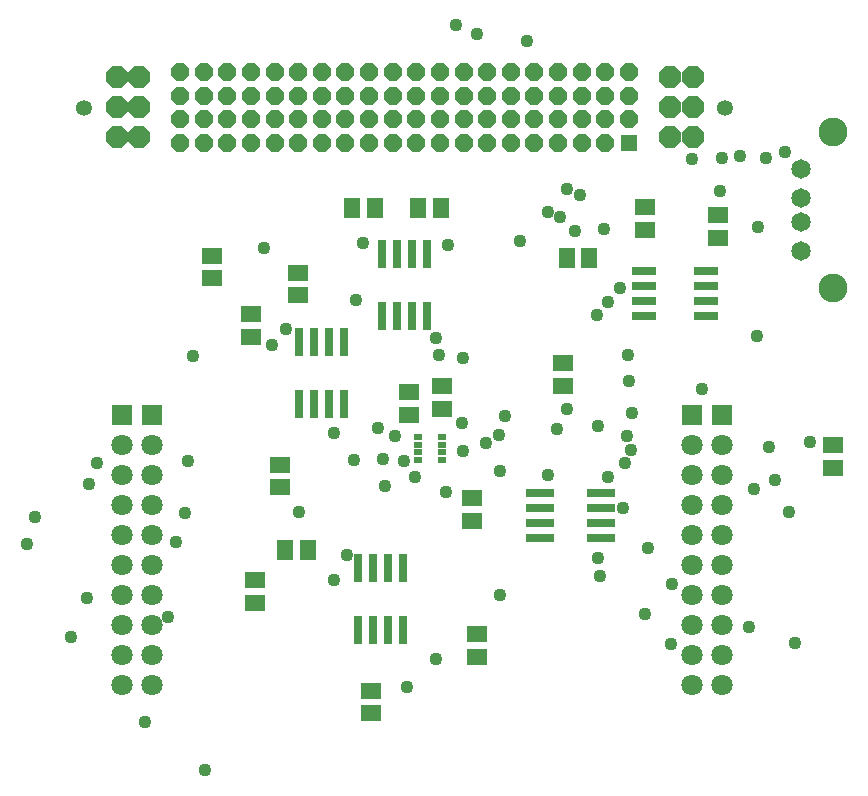
<source format=gts>
G75*
%MOIN*%
%OFA0B0*%
%FSLAX25Y25*%
%IPPOS*%
%LPD*%
%AMOC8*
5,1,8,0,0,1.08239X$1,22.5*
%
%ADD10R,0.08100X0.03000*%
%ADD11R,0.07096X0.07096*%
%ADD12C,0.07096*%
%ADD13C,0.05324*%
%ADD14OC8,0.07096*%
%ADD15R,0.05679X0.05679*%
%ADD16OC8,0.05679*%
%ADD17R,0.06506X0.05718*%
%ADD18R,0.05718X0.06506*%
%ADD19R,0.02962X0.09261*%
%ADD20R,0.09261X0.02962*%
%ADD21R,0.02569X0.01978*%
%ADD22C,0.06506*%
%ADD23C,0.09655*%
%ADD24C,0.04362*%
D10*
X0236075Y0169800D03*
X0236075Y0174800D03*
X0236075Y0179800D03*
X0236075Y0184800D03*
X0256675Y0184800D03*
X0256675Y0179800D03*
X0256675Y0174800D03*
X0256675Y0169800D03*
D11*
X0251800Y0136800D03*
X0261800Y0136800D03*
X0071800Y0136800D03*
X0061800Y0136800D03*
D12*
X0061800Y0046800D03*
X0061800Y0056800D03*
X0071800Y0056800D03*
X0071800Y0046800D03*
X0071800Y0066800D03*
X0071800Y0076800D03*
X0061800Y0076800D03*
X0061800Y0066800D03*
X0061800Y0086800D03*
X0071800Y0086800D03*
X0071800Y0096800D03*
X0071800Y0106800D03*
X0061800Y0106800D03*
X0061800Y0096800D03*
X0061800Y0116800D03*
X0071800Y0116800D03*
X0071800Y0126800D03*
X0061800Y0126800D03*
X0251800Y0126800D03*
X0261800Y0126800D03*
X0261800Y0116800D03*
X0251800Y0116800D03*
X0251800Y0106800D03*
X0261800Y0106800D03*
X0261800Y0096800D03*
X0251800Y0096800D03*
X0251800Y0086800D03*
X0261800Y0086800D03*
X0261800Y0076800D03*
X0251800Y0076800D03*
X0251800Y0066800D03*
X0261800Y0066800D03*
X0261800Y0056800D03*
X0251800Y0056800D03*
X0251800Y0046800D03*
X0261800Y0046800D03*
D13*
X0263020Y0239167D03*
X0049280Y0239167D03*
D14*
X0060146Y0239285D03*
X0067548Y0239285D03*
X0067548Y0229285D03*
X0060146Y0229285D03*
X0060146Y0249285D03*
X0067548Y0249285D03*
X0244752Y0249281D03*
X0252154Y0249281D03*
X0252154Y0239281D03*
X0244752Y0239281D03*
X0244752Y0229281D03*
X0252154Y0229281D03*
D15*
X0230953Y0227474D03*
D16*
X0223079Y0227474D03*
X0215205Y0227474D03*
X0207331Y0227474D03*
X0199457Y0227474D03*
X0191583Y0227474D03*
X0183709Y0227474D03*
X0175835Y0227474D03*
X0167961Y0227474D03*
X0160087Y0227474D03*
X0152213Y0227474D03*
X0144339Y0227474D03*
X0136465Y0227474D03*
X0128591Y0227474D03*
X0120717Y0227474D03*
X0112843Y0227474D03*
X0104969Y0227474D03*
X0097095Y0227474D03*
X0089221Y0227474D03*
X0081347Y0227474D03*
X0081347Y0235348D03*
X0089221Y0235348D03*
X0097095Y0235348D03*
X0104969Y0235348D03*
X0112843Y0235348D03*
X0120717Y0235348D03*
X0128591Y0235348D03*
X0136465Y0235348D03*
X0144339Y0235348D03*
X0152213Y0235348D03*
X0160087Y0235348D03*
X0167961Y0235348D03*
X0175835Y0235348D03*
X0183709Y0235348D03*
X0191583Y0235348D03*
X0199457Y0235348D03*
X0207331Y0235348D03*
X0215205Y0235348D03*
X0223079Y0235348D03*
X0230953Y0235348D03*
X0230953Y0243222D03*
X0223079Y0243222D03*
X0215205Y0243222D03*
X0207331Y0243222D03*
X0199457Y0243222D03*
X0191583Y0243222D03*
X0183709Y0243222D03*
X0175835Y0243222D03*
X0167961Y0243222D03*
X0160087Y0243222D03*
X0152213Y0243222D03*
X0144339Y0243222D03*
X0136465Y0243222D03*
X0128591Y0243222D03*
X0120717Y0243222D03*
X0112843Y0243222D03*
X0104969Y0243222D03*
X0097095Y0243222D03*
X0089221Y0243222D03*
X0081347Y0243222D03*
X0081347Y0251096D03*
X0089221Y0251096D03*
X0097095Y0251096D03*
X0104969Y0251096D03*
X0112843Y0251096D03*
X0120717Y0251096D03*
X0128591Y0251096D03*
X0136465Y0251096D03*
X0144339Y0251096D03*
X0152213Y0251096D03*
X0160087Y0251096D03*
X0167961Y0251096D03*
X0175835Y0251096D03*
X0183709Y0251096D03*
X0191583Y0251096D03*
X0199457Y0251096D03*
X0207331Y0251096D03*
X0215205Y0251096D03*
X0223079Y0251096D03*
X0230953Y0251096D03*
D17*
X0236275Y0205890D03*
X0236275Y0198410D03*
X0260575Y0195885D03*
X0260575Y0203365D03*
X0209050Y0153940D03*
X0209050Y0146460D03*
X0168500Y0146365D03*
X0168500Y0138885D03*
X0157700Y0136835D03*
X0157700Y0144315D03*
X0120550Y0176685D03*
X0120550Y0184165D03*
X0105100Y0170265D03*
X0105100Y0162785D03*
X0091850Y0182335D03*
X0091850Y0189815D03*
X0114725Y0120065D03*
X0114725Y0112585D03*
X0106375Y0081615D03*
X0106375Y0074135D03*
X0144875Y0044740D03*
X0144875Y0037260D03*
X0180425Y0056185D03*
X0180425Y0063665D03*
X0178700Y0101485D03*
X0178700Y0108965D03*
X0299050Y0119185D03*
X0299050Y0126665D03*
D18*
X0217790Y0189000D03*
X0210310Y0189000D03*
X0168265Y0205600D03*
X0160785Y0205600D03*
X0146140Y0205625D03*
X0138660Y0205625D03*
X0123840Y0091750D03*
X0116360Y0091750D03*
D19*
X0140725Y0085611D03*
X0145725Y0085611D03*
X0150725Y0085611D03*
X0155725Y0085611D03*
X0155725Y0065139D03*
X0150725Y0065139D03*
X0145725Y0065139D03*
X0140725Y0065139D03*
X0135875Y0140514D03*
X0130875Y0140514D03*
X0125875Y0140514D03*
X0120875Y0140514D03*
X0120875Y0160986D03*
X0125875Y0160986D03*
X0130875Y0160986D03*
X0135875Y0160986D03*
X0148500Y0169764D03*
X0153500Y0169764D03*
X0158500Y0169764D03*
X0163500Y0169764D03*
X0163500Y0190236D03*
X0158500Y0190236D03*
X0153500Y0190236D03*
X0148500Y0190236D03*
D20*
X0201239Y0110750D03*
X0201239Y0105750D03*
X0201239Y0100750D03*
X0201239Y0095750D03*
X0221711Y0095750D03*
X0221711Y0100750D03*
X0221711Y0105750D03*
X0221711Y0110750D03*
D21*
X0168660Y0121686D03*
X0168660Y0124245D03*
X0168660Y0126805D03*
X0168660Y0129364D03*
X0160590Y0129364D03*
X0160590Y0126805D03*
X0160590Y0124245D03*
X0160590Y0121686D03*
D22*
X0288358Y0191295D03*
X0288358Y0201138D03*
X0288358Y0209012D03*
X0288358Y0218855D03*
D23*
X0299028Y0230941D03*
X0299028Y0179209D03*
D24*
X0273600Y0162900D03*
X0255375Y0145350D03*
X0231075Y0148050D03*
X0230625Y0156600D03*
X0220275Y0170100D03*
X0224100Y0174375D03*
X0227925Y0179100D03*
X0212850Y0198000D03*
X0208125Y0202725D03*
X0204075Y0204525D03*
X0210375Y0212175D03*
X0214650Y0210150D03*
X0222525Y0198675D03*
X0194625Y0194850D03*
X0170775Y0193500D03*
X0142425Y0193950D03*
X0139950Y0175050D03*
X0116550Y0165375D03*
X0112050Y0160200D03*
X0085725Y0156375D03*
X0083925Y0121500D03*
X0083025Y0103950D03*
X0079875Y0094500D03*
X0077175Y0069525D03*
X0050400Y0075825D03*
X0045000Y0062775D03*
X0069525Y0034425D03*
X0089550Y0018225D03*
X0156825Y0045900D03*
X0166725Y0055350D03*
X0188100Y0076725D03*
X0221400Y0083025D03*
X0220500Y0089100D03*
X0237375Y0092250D03*
X0245250Y0080550D03*
X0236250Y0070425D03*
X0244800Y0060525D03*
X0271125Y0065925D03*
X0286425Y0060750D03*
X0284175Y0104400D03*
X0272475Y0112050D03*
X0279675Y0114975D03*
X0277650Y0126000D03*
X0291150Y0127575D03*
X0231750Y0125100D03*
X0230400Y0129825D03*
X0231975Y0137250D03*
X0220725Y0133200D03*
X0210150Y0138825D03*
X0207000Y0132075D03*
X0203850Y0116775D03*
X0188100Y0118125D03*
X0183150Y0127350D03*
X0187650Y0130050D03*
X0189675Y0136350D03*
X0175275Y0134100D03*
X0175500Y0124650D03*
X0159750Y0116100D03*
X0155925Y0121500D03*
X0148950Y0121950D03*
X0149625Y0113175D03*
X0139275Y0121725D03*
X0132525Y0130725D03*
X0147150Y0132300D03*
X0153000Y0129825D03*
X0170100Y0111150D03*
X0136800Y0090000D03*
X0132525Y0081675D03*
X0121050Y0104400D03*
X0167625Y0156600D03*
X0175500Y0155700D03*
X0166500Y0162450D03*
X0109350Y0192375D03*
X0053550Y0120825D03*
X0050850Y0113625D03*
X0032850Y0102825D03*
X0030375Y0093825D03*
X0224100Y0116100D03*
X0229500Y0120600D03*
X0228825Y0105750D03*
X0273825Y0199350D03*
X0261450Y0211500D03*
X0262125Y0222525D03*
X0267975Y0223200D03*
X0276525Y0222525D03*
X0282825Y0224325D03*
X0252000Y0222075D03*
X0196875Y0261225D03*
X0180450Y0263700D03*
X0173250Y0266625D03*
M02*

</source>
